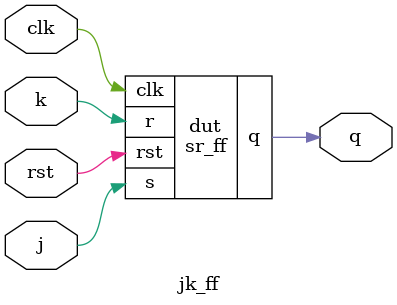
<source format=v>
module sr_ff(output reg q,
input wire s,r,
input wire clk,rst
);
always @(posedge clk) begin
    if (rst)
    q <=0;
    else begin
      case({s,r})
        2'b00: q <= q;
        2'b01: q <= 0;
        2'b10: q <= 1;
        2'b11: q <= 1'bx;
        endcase
    end
end 
endmodule
module jk_ff (output q, input j,k, clk, rst);
  sr_ff dut(.clk(clk), .rst(rst), .s(j), .r(k), .q(q));
endmodule

</source>
